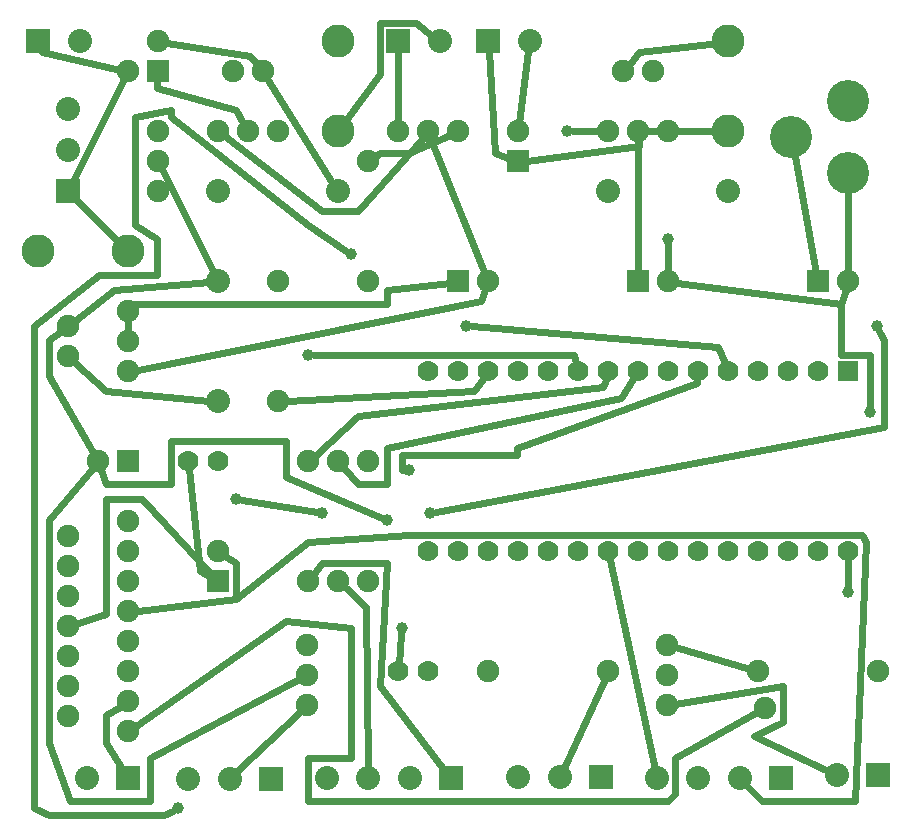
<source format=gbl>
G04 MADE WITH FRITZING*
G04 WWW.FRITZING.ORG*
G04 DOUBLE SIDED*
G04 HOLES PLATED*
G04 CONTOUR ON CENTER OF CONTOUR VECTOR*
%ASAXBY*%
%FSLAX23Y23*%
%MOIN*%
%OFA0B0*%
%SFA1.0B1.0*%
%ADD10C,0.039370*%
%ADD11C,0.075000*%
%ADD12C,0.110236*%
%ADD13C,0.074803*%
%ADD14C,0.080000*%
%ADD15C,0.082000*%
%ADD16C,0.140000*%
%ADD17C,0.070000*%
%ADD18R,0.075000X0.075000*%
%ADD19R,0.082000X0.082000*%
%ADD20R,0.080000X0.080000*%
%ADD21R,0.070000X0.069972*%
%ADD22C,0.024000*%
%LNCOPPER0*%
G90*
G70*
G54D10*
X1332Y652D03*
X1284Y1012D03*
X1020Y1564D03*
X780Y1084D03*
X1068Y1036D03*
X1356Y1180D03*
X2220Y1948D03*
X1884Y2308D03*
X2820Y772D03*
X2892Y1372D03*
X588Y52D03*
X1164Y1900D03*
X1548Y1660D03*
X2916Y1660D03*
X1428Y1036D03*
G54D11*
X1017Y597D03*
X1017Y497D03*
X1017Y397D03*
G54D12*
X2421Y2608D03*
X1121Y2608D03*
X121Y1908D03*
X421Y1908D03*
X1121Y2308D03*
X2421Y2308D03*
G54D13*
X2071Y2508D03*
X2171Y2508D03*
X2021Y2308D03*
X2121Y2308D03*
X2221Y2308D03*
G54D14*
X2021Y2108D03*
X2421Y2108D03*
G54D11*
X1721Y2208D03*
X1721Y2308D03*
X2721Y1808D03*
X2821Y1808D03*
G54D15*
X2421Y2608D03*
X2421Y2310D03*
G54D16*
X2821Y2168D03*
X2821Y2408D03*
X2631Y2288D03*
G54D14*
X1621Y2608D03*
X1759Y2608D03*
G54D11*
X1521Y2308D03*
X1421Y2308D03*
X1321Y2308D03*
G54D14*
X1321Y2608D03*
X1459Y2608D03*
G54D17*
X2821Y1508D03*
X2721Y1508D03*
X2621Y1508D03*
X2521Y1508D03*
X2421Y1508D03*
X2321Y1508D03*
X2221Y1508D03*
X2121Y1508D03*
X2021Y1508D03*
X1921Y1508D03*
X1821Y1508D03*
X1721Y1508D03*
X1621Y1508D03*
X1521Y1508D03*
X1421Y1508D03*
X2821Y908D03*
X2721Y908D03*
X2621Y908D03*
X2521Y908D03*
X2421Y908D03*
X2321Y908D03*
X2221Y908D03*
X2121Y908D03*
X2021Y908D03*
X1921Y908D03*
X1821Y908D03*
X1721Y908D03*
X1621Y908D03*
X1521Y908D03*
X1421Y908D03*
G54D11*
X1221Y1808D03*
X1221Y2208D03*
G54D15*
X121Y1908D03*
X419Y1908D03*
X1121Y2608D03*
X1121Y2310D03*
G54D13*
X221Y1558D03*
X221Y1658D03*
X421Y1508D03*
X421Y1608D03*
X421Y1708D03*
X771Y2508D03*
X871Y2508D03*
X721Y2308D03*
X821Y2308D03*
X921Y2308D03*
G54D14*
X721Y1408D03*
X721Y1808D03*
X721Y2108D03*
X1121Y2108D03*
G54D11*
X421Y1208D03*
X321Y1208D03*
X521Y2508D03*
X521Y2608D03*
X1521Y1808D03*
X1621Y1808D03*
X2121Y1808D03*
X2221Y1808D03*
G54D14*
X2596Y152D03*
X2459Y152D03*
X2321Y152D03*
X2183Y152D03*
X121Y2608D03*
X259Y2608D03*
G54D13*
X221Y358D03*
X221Y458D03*
X221Y558D03*
X221Y658D03*
X221Y758D03*
X221Y858D03*
X221Y958D03*
X421Y308D03*
X421Y408D03*
X421Y508D03*
X421Y608D03*
X421Y708D03*
X421Y808D03*
X421Y908D03*
X421Y1008D03*
G54D14*
X421Y152D03*
X283Y152D03*
G54D11*
X421Y2508D03*
X2542Y386D03*
X421Y2508D03*
X2542Y386D03*
G54D17*
X621Y1208D03*
X721Y1208D03*
G54D11*
X721Y808D03*
X721Y908D03*
X1221Y808D03*
X1221Y1208D03*
X1121Y808D03*
X1121Y1208D03*
X1021Y808D03*
X1021Y1208D03*
G54D14*
X1496Y152D03*
X1359Y152D03*
X1221Y152D03*
X1083Y152D03*
X1996Y157D03*
X1859Y157D03*
X1721Y157D03*
G54D11*
X2021Y508D03*
X1621Y508D03*
G54D17*
X1321Y508D03*
X1421Y508D03*
G54D11*
X521Y2108D03*
X521Y2208D03*
X521Y2308D03*
X2217Y597D03*
X2217Y497D03*
X2217Y397D03*
G54D14*
X2921Y162D03*
X2783Y162D03*
X221Y2108D03*
X221Y2245D03*
X221Y2383D03*
G54D11*
X921Y1408D03*
X921Y1808D03*
X2921Y508D03*
X2521Y508D03*
G54D14*
X896Y151D03*
X759Y151D03*
X621Y151D03*
G54D18*
X1721Y2208D03*
X2721Y1808D03*
G54D19*
X2421Y2609D03*
G54D20*
X1621Y2608D03*
X1321Y2608D03*
G54D21*
X2821Y1508D03*
G54D19*
X120Y1908D03*
X1121Y2609D03*
G54D18*
X421Y1208D03*
X521Y2508D03*
X1521Y1808D03*
X2121Y1808D03*
G54D20*
X2596Y152D03*
X121Y2608D03*
X421Y152D03*
G54D18*
X721Y808D03*
G54D20*
X1496Y152D03*
X1996Y157D03*
X2921Y162D03*
X221Y2108D03*
X896Y151D03*
G54D22*
X1148Y2345D02*
X1260Y2500D01*
X1260Y2500D02*
X1260Y2668D01*
X1260Y2668D02*
X1380Y2668D01*
X1380Y2668D02*
X1434Y2627D01*
D02*
X2244Y589D02*
X2493Y516D01*
D02*
X404Y178D02*
X348Y268D01*
D02*
X348Y268D02*
X348Y364D01*
D02*
X348Y364D02*
X393Y391D01*
D02*
X1872Y185D02*
X2009Y482D01*
D02*
X1494Y2296D02*
X1356Y2236D01*
X1356Y2236D02*
X1260Y2236D01*
X1260Y2236D02*
X1244Y2224D01*
D02*
X781Y173D02*
X996Y377D01*
D02*
X1603Y1484D02*
X1572Y1444D01*
X1572Y1444D02*
X949Y1409D01*
D02*
X1220Y183D02*
X1212Y724D01*
X1212Y724D02*
X1142Y788D01*
D02*
X2517Y372D02*
X2244Y220D01*
X2244Y220D02*
X2244Y100D01*
X2244Y100D02*
X2220Y76D01*
X2220Y76D02*
X1020Y76D01*
X1020Y76D02*
X1020Y220D01*
X1020Y220D02*
X1164Y220D01*
X1164Y220D02*
X1164Y652D01*
X1164Y652D02*
X948Y676D01*
D02*
X948Y676D02*
X448Y326D01*
D02*
X1321Y2576D02*
X1321Y2336D01*
D02*
X2245Y401D02*
X2604Y460D01*
X2604Y460D02*
X2604Y340D01*
X2604Y340D02*
X2508Y292D01*
X2508Y292D02*
X2755Y175D01*
D02*
X1492Y1804D02*
X1284Y1780D01*
X1284Y1780D02*
X1284Y1732D01*
X1284Y1732D02*
X444Y1732D01*
D02*
X444Y1732D02*
X443Y1731D01*
D02*
X2027Y879D02*
X2176Y182D01*
D02*
X1042Y1227D02*
X1188Y1360D01*
X1188Y1360D02*
X2004Y1456D01*
X2004Y1456D02*
X2012Y1480D01*
D02*
X1140Y1186D02*
X1188Y1132D01*
X1188Y1132D02*
X1284Y1132D01*
X1284Y1132D02*
X1284Y1252D01*
X1284Y1252D02*
X2064Y1420D01*
X2064Y1420D02*
X2105Y1483D01*
D02*
X2389Y2604D02*
X2124Y2572D01*
X2124Y2572D02*
X2092Y2533D01*
D02*
X1477Y176D02*
X1260Y460D01*
X1260Y460D02*
X1284Y868D01*
X1284Y868D02*
X1068Y868D01*
X1068Y868D02*
X1038Y830D01*
D02*
X690Y1411D02*
X348Y1444D01*
D02*
X348Y1444D02*
X245Y1536D01*
D02*
X1755Y2577D02*
X1724Y2336D01*
D02*
X2188Y2308D02*
X2154Y2308D01*
D02*
X2389Y2309D02*
X2254Y2308D01*
D02*
X1749Y2211D02*
X2124Y2260D01*
X2124Y2260D02*
X2123Y2275D01*
D02*
X1623Y2576D02*
X1644Y2236D01*
X1644Y2236D02*
X1694Y2217D01*
D02*
X518Y2479D02*
X516Y2452D01*
D02*
X516Y2452D02*
X780Y2380D01*
D02*
X780Y2380D02*
X805Y2336D01*
D02*
X130Y2578D02*
X132Y2572D01*
X132Y2572D02*
X393Y2514D01*
D02*
X235Y2135D02*
X408Y2482D01*
D02*
X396Y1930D02*
X243Y2085D01*
D02*
X2715Y1836D02*
X2642Y2227D01*
D02*
X2121Y1836D02*
X2121Y2275D01*
D02*
X696Y822D02*
X660Y844D01*
D02*
X660Y844D02*
X624Y1182D01*
D02*
X252Y668D02*
X348Y700D01*
D02*
X348Y700D02*
X348Y1084D01*
D02*
X348Y1084D02*
X468Y1084D01*
D02*
X468Y1084D02*
X701Y829D01*
D02*
X1323Y534D02*
X1331Y633D01*
D02*
X745Y892D02*
X780Y868D01*
D02*
X780Y868D02*
X780Y748D01*
D02*
X780Y748D02*
X453Y711D01*
D02*
X888Y2480D02*
X1104Y2134D01*
D02*
X549Y2603D02*
X828Y2560D01*
D02*
X828Y2560D02*
X850Y2533D01*
D02*
X2480Y129D02*
X2532Y76D01*
X2532Y76D02*
X2844Y76D01*
X2844Y76D02*
X2880Y940D01*
X2880Y940D02*
X2868Y964D01*
X2868Y964D02*
X1356Y964D01*
X1356Y964D02*
X1020Y940D01*
X1020Y940D02*
X780Y748D01*
D02*
X534Y2182D02*
X707Y1835D01*
D02*
X246Y1678D02*
X372Y1780D01*
D02*
X372Y1780D02*
X690Y1805D01*
D02*
X306Y1232D02*
X156Y1492D01*
X156Y1492D02*
X156Y1612D01*
X156Y1612D02*
X194Y1639D01*
D02*
X991Y483D02*
X492Y220D01*
D02*
X492Y220D02*
X492Y76D01*
D02*
X492Y76D02*
X228Y76D01*
D02*
X228Y76D02*
X156Y268D01*
X156Y268D02*
X156Y1012D01*
X156Y1012D02*
X302Y1186D01*
D02*
X1267Y1019D02*
X948Y1156D01*
D02*
X948Y1156D02*
X948Y1276D01*
D02*
X948Y1276D02*
X564Y1276D01*
D02*
X564Y1276D02*
X564Y1132D01*
D02*
X564Y1132D02*
X348Y1132D01*
D02*
X348Y1132D02*
X330Y1181D01*
D02*
X1039Y1564D02*
X1908Y1564D01*
X1908Y1564D02*
X1914Y1536D01*
D02*
X799Y1081D02*
X1049Y1039D01*
D02*
X1337Y1180D02*
X1332Y1180D01*
X1332Y1180D02*
X1332Y1228D01*
X1332Y1228D02*
X1716Y1228D01*
X1716Y1228D02*
X1716Y1252D01*
X1716Y1252D02*
X2316Y1468D01*
X2316Y1468D02*
X2317Y1479D01*
D02*
X2821Y2106D02*
X2821Y1836D01*
D02*
X2249Y1804D02*
X2796Y1732D01*
X2796Y1732D02*
X2812Y1780D01*
D02*
X2220Y1929D02*
X2221Y1836D01*
D02*
X1903Y2308D02*
X1988Y2308D01*
D02*
X1610Y1834D02*
X1431Y2281D01*
D02*
X747Y2288D02*
X1068Y2044D01*
X1068Y2044D02*
X1188Y2044D01*
X1188Y2044D02*
X1402Y2286D01*
D02*
X453Y1514D02*
X1596Y1744D01*
X1596Y1744D02*
X1610Y1781D01*
D02*
X2821Y878D02*
X2820Y791D01*
D02*
X2892Y1391D02*
X2892Y1564D01*
X2892Y1564D02*
X2796Y1564D01*
X2796Y1564D02*
X2796Y1732D01*
X2796Y1732D02*
X2812Y1780D01*
D02*
X571Y43D02*
X540Y28D01*
D02*
X540Y28D02*
X156Y28D01*
D02*
X156Y28D02*
X108Y52D01*
X108Y52D02*
X108Y1660D01*
X108Y1660D02*
X324Y1828D01*
D02*
X324Y1828D02*
X516Y1828D01*
D02*
X516Y1828D02*
X516Y1948D01*
D02*
X516Y1948D02*
X444Y1996D01*
D02*
X444Y1996D02*
X444Y2356D01*
D02*
X444Y2356D02*
X564Y2380D01*
D02*
X564Y2380D02*
X564Y2356D01*
D02*
X564Y2356D02*
X1020Y1996D01*
X1020Y1996D02*
X1148Y1910D01*
D02*
X1567Y1658D02*
X2388Y1588D01*
X2388Y1588D02*
X2410Y1535D01*
D02*
X2924Y1643D02*
X2940Y1612D01*
X2940Y1612D02*
X2940Y1324D01*
X2940Y1324D02*
X1447Y1040D01*
D02*
X421Y1640D02*
X421Y1675D01*
G04 End of Copper0*
M02*
</source>
